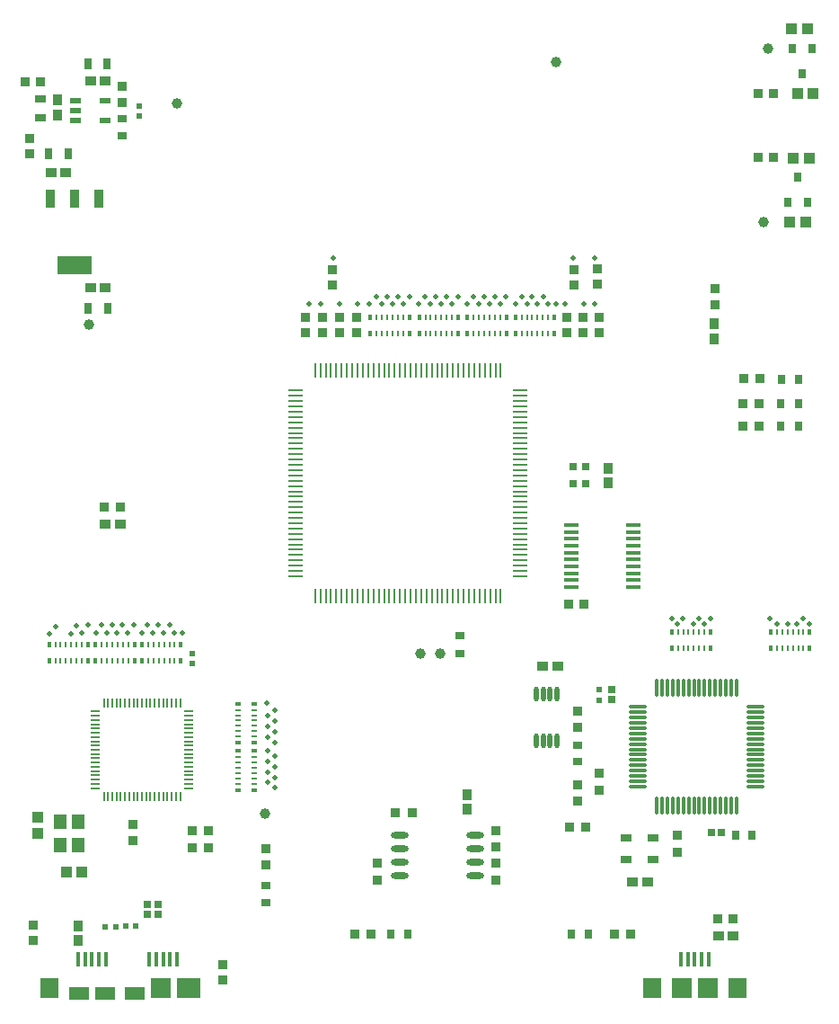
<source format=gbr>
%TF.GenerationSoftware,Altium Limited,Altium Designer,18.1.7 (191)*%
G04 Layer_Color=8421504*
%FSLAX26Y26*%
%MOIN*%
%TF.FileFunction,Paste,Top*%
%TF.Part,Single*%
G01*
G75*
%TA.AperFunction,SMDPad,CuDef*%
%ADD11C,0.019685*%
%ADD12R,0.043307X0.037402*%
%ADD13R,0.033465X0.035433*%
%ADD14R,0.031496X0.037402*%
%ADD15R,0.016732X0.019685*%
%ADD16R,0.009842X0.019685*%
%ADD17R,0.035433X0.037402*%
%ADD18C,0.039370*%
%ADD19R,0.047244X0.055118*%
%ADD20R,0.035433X0.031496*%
%ADD21O,0.017716X0.055118*%
%ADD22R,0.037402X0.035433*%
%ADD23R,0.058071X0.017716*%
%ADD24R,0.019685X0.016732*%
%ADD25R,0.019685X0.009842*%
%ADD26R,0.026772X0.026772*%
%ADD27R,0.026772X0.026772*%
%ADD28R,0.025591X0.037402*%
%ADD29R,0.022835X0.022047*%
%ADD30R,0.041339X0.039370*%
%ADD31R,0.039370X0.041339*%
%ADD32O,0.007874X0.037402*%
%ADD33O,0.037402X0.007874*%
%ADD34O,0.064961X0.023622*%
%ADD35R,0.037402X0.031496*%
%ADD36R,0.035433X0.033465*%
%ADD37R,0.022047X0.022835*%
%ADD38R,0.037402X0.043307*%
%ADD39R,0.021654X0.021654*%
%ADD40O,0.009842X0.055118*%
%ADD41O,0.055118X0.009842*%
%ADD42R,0.015748X0.053150*%
%ADD43R,0.070866X0.074803*%
%ADD44R,0.074803X0.074803*%
%ADD45R,0.039370X0.023622*%
%ADD46R,0.031496X0.027559*%
%ADD47R,0.039370X0.031496*%
%ADD48R,0.074803X0.047244*%
%ADD49R,0.090551X0.074803*%
%ADD50R,0.037402X0.037402*%
%ADD51O,0.070866X0.011811*%
%ADD52O,0.011811X0.070866*%
%ADD53R,0.031496X0.035433*%
%ADD54R,0.029528X0.039370*%
%ADD55R,0.125984X0.068898*%
%ADD56R,0.035433X0.068898*%
%ADD57R,0.039370X0.029528*%
D11*
X316102Y1458661D02*
D03*
X339370Y1486063D02*
D03*
X2339331Y2850827D02*
D03*
X2196614Y2680905D02*
D03*
X2070354Y2707756D02*
D03*
X2108779D02*
D03*
X2151418D02*
D03*
X1890276D02*
D03*
X1929646D02*
D03*
X1970118D02*
D03*
X2012126D02*
D03*
X1710748D02*
D03*
X1750118D02*
D03*
X1790591D02*
D03*
X1832599D02*
D03*
X1530669D02*
D03*
X1570039D02*
D03*
X1610512D02*
D03*
X1652520D02*
D03*
X2167598Y2680945D02*
D03*
X2128032D02*
D03*
X2089173D02*
D03*
X2045945D02*
D03*
X1989606D02*
D03*
X1950000D02*
D03*
X1909606D02*
D03*
X1865945D02*
D03*
X1810827D02*
D03*
X1771220D02*
D03*
X1731220D02*
D03*
X1687205D02*
D03*
X1629606D02*
D03*
X1589606D02*
D03*
X1550000D02*
D03*
X1505709D02*
D03*
X2232165D02*
D03*
X2259173Y2850827D02*
D03*
X2340354Y2680945D02*
D03*
X2300394Y2680787D02*
D03*
X1459606Y2680945D02*
D03*
X1394488D02*
D03*
X1369449Y2850827D02*
D03*
X1324055Y2680945D02*
D03*
X1282047D02*
D03*
X2770197Y1513110D02*
D03*
X2747402Y1494882D02*
D03*
X2727992Y1513110D02*
D03*
X2707323Y1494882D02*
D03*
X2668504Y1513110D02*
D03*
X2649095Y1494882D02*
D03*
X2626732Y1513110D02*
D03*
X3137677Y1494882D02*
D03*
X3115354Y1513110D02*
D03*
X3091968Y1494882D02*
D03*
X3056850D02*
D03*
X3018465D02*
D03*
X2990512Y1513110D02*
D03*
X489882Y1462716D02*
D03*
X1153622Y887835D02*
D03*
Y925236D02*
D03*
Y966221D02*
D03*
Y1005433D02*
D03*
Y1053661D02*
D03*
Y1093583D02*
D03*
Y1135709D02*
D03*
Y1174528D02*
D03*
X1127480Y906968D02*
D03*
Y946142D02*
D03*
Y986063D02*
D03*
Y1025267D02*
D03*
Y1075039D02*
D03*
Y1115827D02*
D03*
Y1155394D02*
D03*
X1124370Y1201535D02*
D03*
X397244Y1459331D02*
D03*
X418425Y1489016D02*
D03*
X438012Y1460945D02*
D03*
X460276Y1490079D02*
D03*
X510236Y1492402D02*
D03*
X529794Y1462716D02*
D03*
X549370Y1492402D02*
D03*
X568967Y1462716D02*
D03*
X588543Y1492402D02*
D03*
X607913Y1462716D02*
D03*
X630276Y1492402D02*
D03*
X661438Y1462716D02*
D03*
X681929Y1492402D02*
D03*
X702047Y1462716D02*
D03*
X721339Y1492402D02*
D03*
X741378Y1462716D02*
D03*
X762559Y1492402D02*
D03*
X780354Y1462716D02*
D03*
X811181D02*
D03*
D12*
X524449Y1865315D02*
D03*
X579567D02*
D03*
X2854764Y338820D02*
D03*
X2799646D02*
D03*
X2148406Y1339154D02*
D03*
X2203524D02*
D03*
X2482204Y538189D02*
D03*
X2537322D02*
D03*
X469410Y3507284D02*
D03*
X524528D02*
D03*
X323516Y3167638D02*
D03*
X378634D02*
D03*
X469870Y2741158D02*
D03*
X524988D02*
D03*
D13*
X521259Y1927007D02*
D03*
X582283D02*
D03*
X2412520Y345945D02*
D03*
X2473543D02*
D03*
X2952362Y2229213D02*
D03*
X2891339D02*
D03*
X2952362Y2311024D02*
D03*
X2891339D02*
D03*
X2954488Y2403543D02*
D03*
X2893465D02*
D03*
X1602125Y793623D02*
D03*
X1663149D02*
D03*
X1450275Y345945D02*
D03*
X1511299D02*
D03*
X908779Y726379D02*
D03*
X847757D02*
D03*
X847874Y664448D02*
D03*
X908898D02*
D03*
D14*
X2253701Y345945D02*
D03*
X2318661D02*
D03*
X3031181Y2228622D02*
D03*
X3096142D02*
D03*
X3031181Y2311024D02*
D03*
X3096142D02*
D03*
X3033307Y2402481D02*
D03*
X3098268D02*
D03*
X1648267Y345945D02*
D03*
X1583307D02*
D03*
D15*
X2046594Y2572008D02*
D03*
X2191280D02*
D03*
Y2631063D02*
D03*
X2046594D02*
D03*
X1868091Y2572008D02*
D03*
X2012776D02*
D03*
Y2631063D02*
D03*
X1868091D02*
D03*
X1507815Y2572008D02*
D03*
X1652500D02*
D03*
Y2631063D02*
D03*
X1507815D02*
D03*
X1689390Y2572008D02*
D03*
X1834075D02*
D03*
Y2631063D02*
D03*
X1689390D02*
D03*
X660866Y1418445D02*
D03*
X805551D02*
D03*
Y1359390D02*
D03*
X660866D02*
D03*
X488681Y1359409D02*
D03*
X633366D02*
D03*
Y1418465D02*
D03*
X488681D02*
D03*
X2626358Y1464527D02*
D03*
X2771043D02*
D03*
Y1405472D02*
D03*
X2626358D02*
D03*
X316319Y1359409D02*
D03*
X461004D02*
D03*
Y1418465D02*
D03*
X316319D02*
D03*
X2994075Y1463819D02*
D03*
X3138760D02*
D03*
Y1404764D02*
D03*
X2994075D02*
D03*
D16*
X2069724Y2572008D02*
D03*
X2089409D02*
D03*
X2109095D02*
D03*
X2128780D02*
D03*
X2148465D02*
D03*
X2168150D02*
D03*
Y2631063D02*
D03*
X2148465D02*
D03*
X2128780D02*
D03*
X2109095D02*
D03*
X2089409D02*
D03*
X2069724D02*
D03*
X1891220Y2572008D02*
D03*
X1910906D02*
D03*
X1930591D02*
D03*
X1950276D02*
D03*
X1969961D02*
D03*
X1989646D02*
D03*
Y2631063D02*
D03*
X1969961D02*
D03*
X1950276D02*
D03*
X1930591D02*
D03*
X1910906D02*
D03*
X1891220D02*
D03*
X1530945Y2572008D02*
D03*
X1550630D02*
D03*
X1570315D02*
D03*
X1590000D02*
D03*
X1609685D02*
D03*
X1629370D02*
D03*
Y2631063D02*
D03*
X1609685D02*
D03*
X1590000D02*
D03*
X1570315D02*
D03*
X1550630D02*
D03*
X1530945D02*
D03*
X1712520Y2572008D02*
D03*
X1732205D02*
D03*
X1751890D02*
D03*
X1771575D02*
D03*
X1791260D02*
D03*
X1810945D02*
D03*
Y2631063D02*
D03*
X1791260D02*
D03*
X1771575D02*
D03*
X1751890D02*
D03*
X1732205D02*
D03*
X1712520D02*
D03*
X683996Y1418445D02*
D03*
X703681D02*
D03*
X723366D02*
D03*
X743051D02*
D03*
X762736D02*
D03*
X782421D02*
D03*
Y1359390D02*
D03*
X762736D02*
D03*
X743051D02*
D03*
X723366D02*
D03*
X703681D02*
D03*
X683996D02*
D03*
X511811Y1359409D02*
D03*
X531496D02*
D03*
X551181D02*
D03*
X570866D02*
D03*
X590551D02*
D03*
X610236D02*
D03*
Y1418465D02*
D03*
X590551D02*
D03*
X570866D02*
D03*
X551181D02*
D03*
X531496D02*
D03*
X511811D02*
D03*
X2649488Y1464527D02*
D03*
X2669173D02*
D03*
X2688858D02*
D03*
X2708543D02*
D03*
X2728228D02*
D03*
X2747913D02*
D03*
Y1405472D02*
D03*
X2728228D02*
D03*
X2708543D02*
D03*
X2688858D02*
D03*
X2669173D02*
D03*
X2649488D02*
D03*
X339449Y1359409D02*
D03*
X359134D02*
D03*
X378819D02*
D03*
X398504D02*
D03*
X418189D02*
D03*
X437874D02*
D03*
Y1418465D02*
D03*
X418189D02*
D03*
X398504D02*
D03*
X378819D02*
D03*
X359134D02*
D03*
X339449D02*
D03*
X3017205Y1463819D02*
D03*
X3036890D02*
D03*
X3056575D02*
D03*
X3076260D02*
D03*
X3095945D02*
D03*
X3115630D02*
D03*
Y1404764D02*
D03*
X3095945D02*
D03*
X3076260D02*
D03*
X3056575D02*
D03*
X3036890D02*
D03*
X3017205D02*
D03*
D17*
X2350472Y2753189D02*
D03*
Y2810276D02*
D03*
X2297204Y2574449D02*
D03*
Y2631535D02*
D03*
X2264646Y2750748D02*
D03*
Y2807835D02*
D03*
X1394173Y2574449D02*
D03*
Y2631535D02*
D03*
X1368583Y2750433D02*
D03*
Y2807520D02*
D03*
X2236535Y2631535D02*
D03*
Y2574449D02*
D03*
X2357953Y2631535D02*
D03*
Y2574449D02*
D03*
X1456890Y2631535D02*
D03*
Y2574449D02*
D03*
X1330551Y2631535D02*
D03*
Y2574449D02*
D03*
X1266890Y2631535D02*
D03*
Y2574449D02*
D03*
X243819Y3294882D02*
D03*
Y3237795D02*
D03*
X960276Y173307D02*
D03*
Y230394D02*
D03*
X259016Y319685D02*
D03*
Y376772D02*
D03*
D18*
X1766772Y1384449D02*
D03*
X1695276D02*
D03*
X2196142Y3577323D02*
D03*
X792323Y3425118D02*
D03*
X463307Y2603583D02*
D03*
X2969095Y2985157D02*
D03*
X2985590Y3627913D02*
D03*
X1117992Y789803D02*
D03*
D19*
X355866Y673622D02*
D03*
Y760236D02*
D03*
X422795D02*
D03*
Y673622D02*
D03*
D20*
X2277874Y1046014D02*
D03*
Y983022D02*
D03*
X588662Y3306024D02*
D03*
Y3369016D02*
D03*
D21*
X2124488Y1062382D02*
D03*
X2150079D02*
D03*
X2175669D02*
D03*
X2201260D02*
D03*
X2124488Y1235610D02*
D03*
X2150079D02*
D03*
X2175669D02*
D03*
X2201260D02*
D03*
D22*
X2301772Y1566968D02*
D03*
X2244685D02*
D03*
X2948701Y3461102D02*
D03*
X3005787D02*
D03*
X2948740Y3223622D02*
D03*
X3005827D02*
D03*
X284094Y3504724D02*
D03*
X227008D02*
D03*
X2306222Y739645D02*
D03*
X2249133D02*
D03*
X2798662Y401850D02*
D03*
X2855748D02*
D03*
D23*
X2253898Y1861378D02*
D03*
Y1835787D02*
D03*
Y1810197D02*
D03*
Y1784606D02*
D03*
Y1759016D02*
D03*
Y1733425D02*
D03*
Y1707835D02*
D03*
Y1682244D02*
D03*
Y1656654D02*
D03*
Y1631063D02*
D03*
X2485236D02*
D03*
Y1656654D02*
D03*
Y1682244D02*
D03*
Y1707835D02*
D03*
Y1733425D02*
D03*
Y1759016D02*
D03*
Y1784606D02*
D03*
Y1810197D02*
D03*
Y1835787D02*
D03*
Y1861378D02*
D03*
D24*
X1076024Y1023799D02*
D03*
Y879114D02*
D03*
X1016968D02*
D03*
Y1023799D02*
D03*
Y1198957D02*
D03*
Y1054272D02*
D03*
X1076024D02*
D03*
Y1198957D02*
D03*
D25*
Y1000669D02*
D03*
Y980984D02*
D03*
Y961299D02*
D03*
Y941614D02*
D03*
Y921929D02*
D03*
Y902244D02*
D03*
X1016968D02*
D03*
Y921929D02*
D03*
Y941614D02*
D03*
Y961299D02*
D03*
Y980984D02*
D03*
Y1000669D02*
D03*
Y1175827D02*
D03*
Y1156142D02*
D03*
Y1136457D02*
D03*
Y1116772D02*
D03*
Y1097087D02*
D03*
Y1077402D02*
D03*
X1076024D02*
D03*
Y1097087D02*
D03*
Y1116772D02*
D03*
Y1136457D02*
D03*
Y1156142D02*
D03*
Y1175827D02*
D03*
D26*
X2402992Y1213071D02*
D03*
Y1250079D02*
D03*
X679528Y416811D02*
D03*
Y453819D02*
D03*
X722441D02*
D03*
Y416811D02*
D03*
D27*
X2773622Y719882D02*
D03*
X2810630D02*
D03*
D28*
X3110472Y3534567D02*
D03*
X3073071Y3627087D02*
D03*
X3147874D02*
D03*
X3055984Y3058780D02*
D03*
X3130787D02*
D03*
X3093386Y3151299D02*
D03*
D29*
X2358583Y1212087D02*
D03*
Y1249882D02*
D03*
X651024Y3376456D02*
D03*
Y3414252D02*
D03*
D30*
X438740Y573386D02*
D03*
X379685D02*
D03*
X3093347Y3461418D02*
D03*
X3152401D02*
D03*
X3129448Y3700000D02*
D03*
X3070394D02*
D03*
X3123150Y2983622D02*
D03*
X3064094D02*
D03*
X3076928Y3221516D02*
D03*
X3135984D02*
D03*
D31*
X274114Y776358D02*
D03*
Y717303D02*
D03*
D32*
X519232Y1200236D02*
D03*
X534980D02*
D03*
X550728D02*
D03*
X566476D02*
D03*
X582224D02*
D03*
X597972D02*
D03*
X613720D02*
D03*
X629468D02*
D03*
X645216D02*
D03*
X660964D02*
D03*
X676712D02*
D03*
X692460D02*
D03*
X708208D02*
D03*
X723956D02*
D03*
X739704D02*
D03*
X755452D02*
D03*
X771200D02*
D03*
X786948D02*
D03*
X802698D02*
D03*
Y855748D02*
D03*
X786948D02*
D03*
X771200D02*
D03*
X755452D02*
D03*
X739704D02*
D03*
X723956D02*
D03*
X708208D02*
D03*
X692460D02*
D03*
X676712D02*
D03*
X660964D02*
D03*
X645216D02*
D03*
X629468D02*
D03*
X613720D02*
D03*
X597972D02*
D03*
X582224D02*
D03*
X566476D02*
D03*
X550728D02*
D03*
X534980D02*
D03*
X519232D02*
D03*
D33*
X833208Y1169724D02*
D03*
Y1153976D02*
D03*
Y1138228D02*
D03*
Y1122480D02*
D03*
Y1106732D02*
D03*
Y1090984D02*
D03*
Y1075236D02*
D03*
Y1059488D02*
D03*
Y1043740D02*
D03*
Y1027992D02*
D03*
Y1012244D02*
D03*
Y996496D02*
D03*
Y980748D02*
D03*
Y965000D02*
D03*
Y949252D02*
D03*
Y933504D02*
D03*
Y917756D02*
D03*
Y902008D02*
D03*
Y886260D02*
D03*
X488720D02*
D03*
Y902008D02*
D03*
Y917756D02*
D03*
Y933504D02*
D03*
Y949252D02*
D03*
Y965000D02*
D03*
Y980748D02*
D03*
Y996496D02*
D03*
Y1012244D02*
D03*
Y1027992D02*
D03*
Y1043740D02*
D03*
Y1059488D02*
D03*
Y1075236D02*
D03*
Y1090984D02*
D03*
Y1106732D02*
D03*
Y1122480D02*
D03*
Y1138228D02*
D03*
Y1153976D02*
D03*
Y1169724D02*
D03*
D34*
X1898503Y561771D02*
D03*
Y611771D02*
D03*
Y661771D02*
D03*
Y711771D02*
D03*
X1617007Y561771D02*
D03*
Y611771D02*
D03*
Y661771D02*
D03*
Y711771D02*
D03*
D35*
X1122323Y525354D02*
D03*
Y460394D02*
D03*
X1839449Y1449803D02*
D03*
Y1384842D02*
D03*
D36*
X1121339Y600512D02*
D03*
Y661535D02*
D03*
X2785866Y2737441D02*
D03*
Y2676417D02*
D03*
X588032Y3427480D02*
D03*
Y3488504D02*
D03*
X1972755Y546259D02*
D03*
Y607283D02*
D03*
X2278346Y1172402D02*
D03*
Y1111378D02*
D03*
X2357716Y940000D02*
D03*
Y878976D02*
D03*
X2278371Y898583D02*
D03*
Y837559D02*
D03*
X2648110Y710275D02*
D03*
Y649251D02*
D03*
X1975629Y727677D02*
D03*
Y666653D02*
D03*
X1532755Y546259D02*
D03*
Y607283D02*
D03*
D37*
X563426Y372480D02*
D03*
X601260Y373150D02*
D03*
X639056D02*
D03*
X525631Y372480D02*
D03*
D38*
X2785787Y2606535D02*
D03*
Y2551417D02*
D03*
X2389568Y2016870D02*
D03*
Y2071988D02*
D03*
X1866024Y861457D02*
D03*
Y806339D02*
D03*
X422678Y320315D02*
D03*
Y375433D02*
D03*
X349134Y3437402D02*
D03*
Y3382284D02*
D03*
D39*
X846339Y1348504D02*
D03*
Y1383938D02*
D03*
D40*
X1303268Y2433110D02*
D03*
X1322952D02*
D03*
X1342638D02*
D03*
X1362324D02*
D03*
X1382008D02*
D03*
X1401694D02*
D03*
X1421378D02*
D03*
X1441064D02*
D03*
X1460748D02*
D03*
X1480434D02*
D03*
X1500118D02*
D03*
X1519804D02*
D03*
X1539488D02*
D03*
X1559174D02*
D03*
X1578858D02*
D03*
X1598544D02*
D03*
X1618228D02*
D03*
X1637914D02*
D03*
X1657598D02*
D03*
X1677284D02*
D03*
X1696968D02*
D03*
X1716654D02*
D03*
X1736338D02*
D03*
X1756024D02*
D03*
X1775708D02*
D03*
X1795394D02*
D03*
X1815078D02*
D03*
X1834764D02*
D03*
X1854448D02*
D03*
X1874134D02*
D03*
X1893820D02*
D03*
X1913504D02*
D03*
X1933190D02*
D03*
X1952874D02*
D03*
X1972560D02*
D03*
X1992244D02*
D03*
Y1598464D02*
D03*
X1972560D02*
D03*
X1952874D02*
D03*
X1933190D02*
D03*
X1913504D02*
D03*
X1893820D02*
D03*
X1874134D02*
D03*
X1854448D02*
D03*
X1834764D02*
D03*
X1815078D02*
D03*
X1795394D02*
D03*
X1775708D02*
D03*
X1756024D02*
D03*
X1736338D02*
D03*
X1716654D02*
D03*
X1696968D02*
D03*
X1677284D02*
D03*
X1657598D02*
D03*
X1637914D02*
D03*
X1618228D02*
D03*
X1598544D02*
D03*
X1578858D02*
D03*
X1559174D02*
D03*
X1539488D02*
D03*
X1519804D02*
D03*
X1500118D02*
D03*
X1480434D02*
D03*
X1460748D02*
D03*
X1441064D02*
D03*
X1421378D02*
D03*
X1401694D02*
D03*
X1382008D02*
D03*
X1362324D02*
D03*
X1342638D02*
D03*
X1322952D02*
D03*
X1303268D02*
D03*
D41*
X2065078Y2360276D02*
D03*
Y2340590D02*
D03*
Y2320906D02*
D03*
Y2301220D02*
D03*
Y2281536D02*
D03*
Y2261850D02*
D03*
Y2242166D02*
D03*
Y2222480D02*
D03*
Y2202796D02*
D03*
Y2183110D02*
D03*
Y2163426D02*
D03*
Y2143740D02*
D03*
Y2124056D02*
D03*
Y2104370D02*
D03*
Y2084686D02*
D03*
Y2065000D02*
D03*
Y2045314D02*
D03*
Y2025630D02*
D03*
Y2005944D02*
D03*
Y1986260D02*
D03*
Y1966574D02*
D03*
Y1946890D02*
D03*
Y1927204D02*
D03*
Y1907520D02*
D03*
Y1887834D02*
D03*
Y1868150D02*
D03*
Y1848464D02*
D03*
Y1828780D02*
D03*
Y1809094D02*
D03*
Y1789410D02*
D03*
Y1769724D02*
D03*
Y1750040D02*
D03*
Y1730354D02*
D03*
Y1710670D02*
D03*
Y1690984D02*
D03*
Y1671300D02*
D03*
X1230434D02*
D03*
Y1690984D02*
D03*
Y1710670D02*
D03*
Y1730354D02*
D03*
Y1750040D02*
D03*
Y1769724D02*
D03*
Y1789410D02*
D03*
Y1809094D02*
D03*
Y1828780D02*
D03*
Y1848464D02*
D03*
Y1868150D02*
D03*
Y1887834D02*
D03*
Y1907520D02*
D03*
Y1927204D02*
D03*
Y1946890D02*
D03*
Y1966574D02*
D03*
Y1986260D02*
D03*
Y2005944D02*
D03*
Y2025630D02*
D03*
Y2045314D02*
D03*
Y2065000D02*
D03*
Y2084686D02*
D03*
Y2104370D02*
D03*
Y2124056D02*
D03*
Y2143740D02*
D03*
Y2163426D02*
D03*
Y2183110D02*
D03*
Y2202796D02*
D03*
Y2222480D02*
D03*
Y2242166D02*
D03*
Y2261850D02*
D03*
Y2281536D02*
D03*
Y2301220D02*
D03*
Y2320906D02*
D03*
Y2340590D02*
D03*
Y2360276D02*
D03*
D42*
X2737716Y250276D02*
D03*
X2712126D02*
D03*
X2686536D02*
D03*
X2763306D02*
D03*
X2660944D02*
D03*
X739408Y250374D02*
D03*
X424448D02*
D03*
X526810D02*
D03*
X450038D02*
D03*
X501220D02*
D03*
X765000D02*
D03*
X790590D02*
D03*
X475630D02*
D03*
X713818D02*
D03*
X688228D02*
D03*
D43*
X2869606Y144960D02*
D03*
X2554646D02*
D03*
X318150Y145060D02*
D03*
D44*
X2759370Y144960D02*
D03*
X2664882D02*
D03*
X731534Y145060D02*
D03*
D45*
X415078Y3435826D02*
D03*
Y3398426D02*
D03*
Y3361024D02*
D03*
X523346D02*
D03*
Y3435826D02*
D03*
D46*
X2259568Y2013956D02*
D03*
Y2078918D02*
D03*
X2308780Y2013956D02*
D03*
Y2078918D02*
D03*
D47*
X2456496Y620000D02*
D03*
X2558858D02*
D03*
Y702678D02*
D03*
X2456496D02*
D03*
D48*
X428386Y125375D02*
D03*
X522874D02*
D03*
X633110D02*
D03*
D49*
X833898Y145060D02*
D03*
D50*
X626654Y750079D02*
D03*
Y691023D02*
D03*
D51*
X2500630Y891574D02*
D03*
Y911260D02*
D03*
Y930944D02*
D03*
Y950630D02*
D03*
Y970316D02*
D03*
Y990000D02*
D03*
Y1009686D02*
D03*
Y1029370D02*
D03*
Y1049056D02*
D03*
Y1068740D02*
D03*
Y1088426D02*
D03*
Y1108110D02*
D03*
Y1127796D02*
D03*
Y1147480D02*
D03*
Y1167166D02*
D03*
Y1186850D02*
D03*
X2937638D02*
D03*
Y1167166D02*
D03*
Y1147480D02*
D03*
Y1127796D02*
D03*
Y1108110D02*
D03*
Y1088426D02*
D03*
Y1068740D02*
D03*
Y1049056D02*
D03*
Y1029370D02*
D03*
Y1009686D02*
D03*
Y990000D02*
D03*
Y970316D02*
D03*
Y950630D02*
D03*
Y930944D02*
D03*
Y911260D02*
D03*
Y891574D02*
D03*
D52*
X2571496Y1257716D02*
D03*
X2591182D02*
D03*
X2610866D02*
D03*
X2630552D02*
D03*
X2650236D02*
D03*
X2669922D02*
D03*
X2689606D02*
D03*
X2709292D02*
D03*
X2728976D02*
D03*
X2748662D02*
D03*
X2768346D02*
D03*
X2788032D02*
D03*
X2807716D02*
D03*
X2827402D02*
D03*
X2847086D02*
D03*
X2866772D02*
D03*
Y820708D02*
D03*
X2847086D02*
D03*
X2827402D02*
D03*
X2807716D02*
D03*
X2788032D02*
D03*
X2768346D02*
D03*
X2748662D02*
D03*
X2728976D02*
D03*
X2709292D02*
D03*
X2689606D02*
D03*
X2669922D02*
D03*
X2650236D02*
D03*
X2630552D02*
D03*
X2610866D02*
D03*
X2591182D02*
D03*
X2571496D02*
D03*
D53*
X2862678Y712323D02*
D03*
X2925670D02*
D03*
D54*
X460078Y3572284D02*
D03*
X530944D02*
D03*
X386508Y3237638D02*
D03*
X315642D02*
D03*
X533294Y2666158D02*
D03*
X462428D02*
D03*
D55*
X411074Y2826102D02*
D03*
D56*
X320524Y3072166D02*
D03*
X411074D02*
D03*
X501626D02*
D03*
D57*
X284174Y3372008D02*
D03*
Y3442874D02*
D03*
%TF.MD5,a018892817076c76426489a8dbf96af8*%
M02*

</source>
